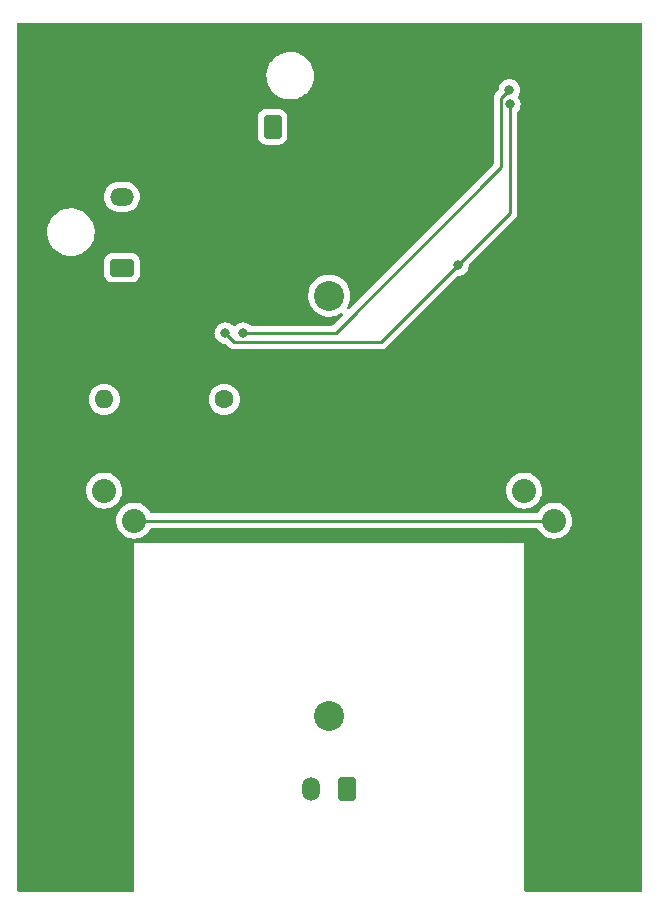
<source format=gbr>
%TF.GenerationSoftware,KiCad,Pcbnew,6.0.9-8da3e8f707~117~ubuntu20.04.1*%
%TF.CreationDate,2023-03-07T12:44:44-05:00*%
%TF.ProjectId,DCT_HV_Widget,4443545f-4856-45f5-9769-646765742e6b,rev?*%
%TF.SameCoordinates,Original*%
%TF.FileFunction,Copper,L2,Bot*%
%TF.FilePolarity,Positive*%
%FSLAX46Y46*%
G04 Gerber Fmt 4.6, Leading zero omitted, Abs format (unit mm)*
G04 Created by KiCad (PCBNEW 6.0.9-8da3e8f707~117~ubuntu20.04.1) date 2023-03-07 12:44:44*
%MOMM*%
%LPD*%
G01*
G04 APERTURE LIST*
G04 Aperture macros list*
%AMRoundRect*
0 Rectangle with rounded corners*
0 $1 Rounding radius*
0 $2 $3 $4 $5 $6 $7 $8 $9 X,Y pos of 4 corners*
0 Add a 4 corners polygon primitive as box body*
4,1,4,$2,$3,$4,$5,$6,$7,$8,$9,$2,$3,0*
0 Add four circle primitives for the rounded corners*
1,1,$1+$1,$2,$3*
1,1,$1+$1,$4,$5*
1,1,$1+$1,$6,$7*
1,1,$1+$1,$8,$9*
0 Add four rect primitives between the rounded corners*
20,1,$1+$1,$2,$3,$4,$5,0*
20,1,$1+$1,$4,$5,$6,$7,0*
20,1,$1+$1,$6,$7,$8,$9,0*
20,1,$1+$1,$8,$9,$2,$3,0*%
G04 Aperture macros list end*
%TA.AperFunction,ComponentPad*%
%ADD10C,6.400000*%
%TD*%
%TA.AperFunction,ComponentPad*%
%ADD11C,1.600000*%
%TD*%
%TA.AperFunction,ComponentPad*%
%ADD12O,1.600000X1.600000*%
%TD*%
%TA.AperFunction,ComponentPad*%
%ADD13RoundRect,0.250001X0.499999X0.759999X-0.499999X0.759999X-0.499999X-0.759999X0.499999X-0.759999X0*%
%TD*%
%TA.AperFunction,ComponentPad*%
%ADD14O,1.500000X2.020000*%
%TD*%
%TA.AperFunction,ComponentPad*%
%ADD15RoundRect,0.250001X0.759999X-0.499999X0.759999X0.499999X-0.759999X0.499999X-0.759999X-0.499999X0*%
%TD*%
%TA.AperFunction,ComponentPad*%
%ADD16O,2.020000X1.500000*%
%TD*%
%TA.AperFunction,ComponentPad*%
%ADD17RoundRect,0.250001X-0.499999X-0.759999X0.499999X-0.759999X0.499999X0.759999X-0.499999X0.759999X0*%
%TD*%
%TA.AperFunction,ComponentPad*%
%ADD18C,2.032000*%
%TD*%
%TA.AperFunction,ComponentPad*%
%ADD19C,2.540000*%
%TD*%
%TA.AperFunction,ViaPad*%
%ADD20C,0.800000*%
%TD*%
%TA.AperFunction,Conductor*%
%ADD21C,0.250000*%
%TD*%
G04 APERTURE END LIST*
D10*
%TO.P,H2,1,1*%
%TO.N,GND*%
X182200000Y-74500000D03*
%TD*%
%TO.P,H1,1,1*%
%TO.N,GND*%
X138525000Y-74600000D03*
%TD*%
%TO.P,H3,1,1*%
%TO.N,GND*%
X138525000Y-138375000D03*
%TD*%
%TO.P,H4,1,1*%
%TO.N,GND*%
X182300000Y-138300000D03*
%TD*%
D11*
%TO.P,R5,1*%
%TO.N,Net-(Q1-Pad1)*%
X151465000Y-101800000D03*
D12*
%TO.P,R5,2*%
%TO.N,Net-(R5-Pad2)*%
X141305000Y-101800000D03*
%TD*%
D13*
%TO.P,J3,1,Pin_1*%
%TO.N,/HV_Input*%
X161825000Y-134780000D03*
D14*
%TO.P,J3,2,Pin_2*%
X158825000Y-134780000D03*
%TD*%
D15*
%TO.P,J2,1,Pin_1*%
%TO.N,/VP6*%
X142800000Y-90650000D03*
D16*
%TO.P,J2,2,Pin_2*%
%TO.N,GND*%
X142800000Y-87650000D03*
%TO.P,J2,3,Pin_3*%
%TO.N,/VM6*%
X142800000Y-84650000D03*
%TD*%
D17*
%TO.P,J1,1,Pin_1*%
%TO.N,/V_Control*%
X155550000Y-78720000D03*
D14*
%TO.P,J1,2,Pin_2*%
%TO.N,GND*%
X158550000Y-78720000D03*
%TD*%
D18*
%TO.P,U2,1*%
%TO.N,Net-(R5-Pad2)*%
X141305000Y-109530000D03*
%TO.P,U2,2*%
%TO.N,Net-(U2-Pad2)*%
X143845000Y-112070000D03*
%TO.P,U2,3*%
%TO.N,/VM6*%
X176865000Y-109530000D03*
%TO.P,U2,4*%
%TO.N,Net-(U2-Pad2)*%
X179405000Y-112070000D03*
D19*
%TO.P,U2,5*%
%TO.N,Net-(D1-Pad1)*%
X160355000Y-93020000D03*
%TO.P,U2,6*%
%TO.N,/HV_Input*%
X160355000Y-128580000D03*
%TD*%
D20*
%TO.N,Net-(C1-Pad2)*%
X175635000Y-76835000D03*
X171250000Y-90450000D03*
X151550000Y-96187500D03*
%TO.N,GND*%
X174400000Y-89400000D03*
X146975000Y-96575000D03*
X146950000Y-78575000D03*
X152300000Y-84100000D03*
X178500000Y-87800000D03*
X171542000Y-76800000D03*
%TO.N,/VP6*%
X153050000Y-96187500D03*
X175600000Y-75600000D03*
%TD*%
D21*
%TO.N,/VP6*%
X160887500Y-96187500D02*
X174910000Y-82165000D01*
X174910000Y-82165000D02*
X174910000Y-76290000D01*
X174910000Y-76290000D02*
X175600000Y-75600000D01*
%TO.N,Net-(C1-Pad2)*%
X171250000Y-90450000D02*
X175635000Y-86065000D01*
X175635000Y-86065000D02*
X175635000Y-76835000D01*
X171250000Y-90450000D02*
X164775000Y-96925000D01*
X164775000Y-96925000D02*
X152287500Y-96925000D01*
X152287500Y-96925000D02*
X151550000Y-96187500D01*
%TO.N,/VP6*%
X153050000Y-96187500D02*
X160887500Y-96187500D01*
%TO.N,Net-(U2-Pad2)*%
X143845000Y-112100000D02*
X179405000Y-112100000D01*
%TD*%
%TA.AperFunction,Conductor*%
%TO.N,GND*%
G36*
X186808621Y-69928502D02*
G01*
X186855114Y-69982158D01*
X186866500Y-70034500D01*
X186866500Y-143365500D01*
X186846498Y-143433621D01*
X186792842Y-143480114D01*
X186740500Y-143491500D01*
X177000000Y-143491500D01*
X176931879Y-143471498D01*
X176885386Y-143417842D01*
X176874000Y-143365500D01*
X176874000Y-113964000D01*
X143842000Y-113964000D01*
X143842000Y-143365500D01*
X143821998Y-143433621D01*
X143768342Y-143480114D01*
X143716000Y-143491500D01*
X134059500Y-143491500D01*
X133991379Y-143471498D01*
X133944886Y-143417842D01*
X133933500Y-143365500D01*
X133933500Y-112070000D01*
X142315786Y-112070000D01*
X142334613Y-112309222D01*
X142335767Y-112314029D01*
X142335768Y-112314035D01*
X142371043Y-112460963D01*
X142390631Y-112542553D01*
X142482460Y-112764249D01*
X142607840Y-112968849D01*
X142763682Y-113151318D01*
X142946151Y-113307160D01*
X143150751Y-113432540D01*
X143155321Y-113434433D01*
X143155323Y-113434434D01*
X143367874Y-113522475D01*
X143372447Y-113524369D01*
X143454037Y-113543957D01*
X143600965Y-113579232D01*
X143600971Y-113579233D01*
X143605778Y-113580387D01*
X143845000Y-113599214D01*
X144084222Y-113580387D01*
X144089029Y-113579233D01*
X144089035Y-113579232D01*
X144235963Y-113543957D01*
X144317553Y-113524369D01*
X144322126Y-113522475D01*
X144534677Y-113434434D01*
X144534679Y-113434433D01*
X144539249Y-113432540D01*
X144743849Y-113307160D01*
X144926318Y-113151318D01*
X145082160Y-112968849D01*
X145189514Y-112793665D01*
X145242161Y-112746033D01*
X145296946Y-112733500D01*
X177953054Y-112733500D01*
X178021175Y-112753502D01*
X178060486Y-112793665D01*
X178167840Y-112968849D01*
X178323682Y-113151318D01*
X178506151Y-113307160D01*
X178710751Y-113432540D01*
X178715321Y-113434433D01*
X178715323Y-113434434D01*
X178927874Y-113522475D01*
X178932447Y-113524369D01*
X179014037Y-113543957D01*
X179160965Y-113579232D01*
X179160971Y-113579233D01*
X179165778Y-113580387D01*
X179405000Y-113599214D01*
X179644222Y-113580387D01*
X179649029Y-113579233D01*
X179649035Y-113579232D01*
X179795963Y-113543957D01*
X179877553Y-113524369D01*
X179882126Y-113522475D01*
X180094677Y-113434434D01*
X180094679Y-113434433D01*
X180099249Y-113432540D01*
X180303849Y-113307160D01*
X180486318Y-113151318D01*
X180642160Y-112968849D01*
X180767540Y-112764249D01*
X180859369Y-112542553D01*
X180878957Y-112460963D01*
X180914232Y-112314035D01*
X180914233Y-112314029D01*
X180915387Y-112309222D01*
X180934214Y-112070000D01*
X180915387Y-111830778D01*
X180914233Y-111825971D01*
X180914232Y-111825965D01*
X180860524Y-111602259D01*
X180859369Y-111597447D01*
X180772911Y-111388717D01*
X180769434Y-111380323D01*
X180769433Y-111380321D01*
X180767540Y-111375751D01*
X180642160Y-111171151D01*
X180486318Y-110988682D01*
X180303849Y-110832840D01*
X180099249Y-110707460D01*
X180094679Y-110705567D01*
X180094677Y-110705566D01*
X179882126Y-110617525D01*
X179882124Y-110617524D01*
X179877553Y-110615631D01*
X179795963Y-110596043D01*
X179649035Y-110560768D01*
X179649029Y-110560767D01*
X179644222Y-110559613D01*
X179405000Y-110540786D01*
X179165778Y-110559613D01*
X179160971Y-110560767D01*
X179160965Y-110560768D01*
X179014037Y-110596043D01*
X178932447Y-110615631D01*
X178927876Y-110617524D01*
X178927874Y-110617525D01*
X178715323Y-110705566D01*
X178715321Y-110705567D01*
X178710751Y-110707460D01*
X178506151Y-110832840D01*
X178323682Y-110988682D01*
X178167840Y-111171151D01*
X178042460Y-111375751D01*
X178040567Y-111380321D01*
X178040564Y-111380327D01*
X178037089Y-111388717D01*
X177992541Y-111443999D01*
X177920680Y-111466500D01*
X145329320Y-111466500D01*
X145261199Y-111446498D01*
X145212911Y-111388717D01*
X145209436Y-111380327D01*
X145209433Y-111380321D01*
X145207540Y-111375751D01*
X145082160Y-111171151D01*
X144926318Y-110988682D01*
X144743849Y-110832840D01*
X144539249Y-110707460D01*
X144534679Y-110705567D01*
X144534677Y-110705566D01*
X144322126Y-110617525D01*
X144322124Y-110617524D01*
X144317553Y-110615631D01*
X144235963Y-110596043D01*
X144089035Y-110560768D01*
X144089029Y-110560767D01*
X144084222Y-110559613D01*
X143845000Y-110540786D01*
X143605778Y-110559613D01*
X143600971Y-110560767D01*
X143600965Y-110560768D01*
X143454037Y-110596043D01*
X143372447Y-110615631D01*
X143367876Y-110617524D01*
X143367874Y-110617525D01*
X143155323Y-110705566D01*
X143155321Y-110705567D01*
X143150751Y-110707460D01*
X142946151Y-110832840D01*
X142763682Y-110988682D01*
X142607840Y-111171151D01*
X142482460Y-111375751D01*
X142480567Y-111380321D01*
X142480566Y-111380323D01*
X142477089Y-111388717D01*
X142390631Y-111597447D01*
X142389476Y-111602259D01*
X142335768Y-111825965D01*
X142335767Y-111825971D01*
X142334613Y-111830778D01*
X142315786Y-112070000D01*
X133933500Y-112070000D01*
X133933500Y-109530000D01*
X139775786Y-109530000D01*
X139794613Y-109769222D01*
X139795767Y-109774029D01*
X139795768Y-109774035D01*
X139831043Y-109920963D01*
X139850631Y-110002553D01*
X139942460Y-110224249D01*
X140067840Y-110428849D01*
X140223682Y-110611318D01*
X140406151Y-110767160D01*
X140610751Y-110892540D01*
X140615321Y-110894433D01*
X140615323Y-110894434D01*
X140827874Y-110982475D01*
X140832447Y-110984369D01*
X140866082Y-110992444D01*
X141060965Y-111039232D01*
X141060971Y-111039233D01*
X141065778Y-111040387D01*
X141305000Y-111059214D01*
X141544222Y-111040387D01*
X141549029Y-111039233D01*
X141549035Y-111039232D01*
X141743918Y-110992444D01*
X141777553Y-110984369D01*
X141782126Y-110982475D01*
X141994677Y-110894434D01*
X141994679Y-110894433D01*
X141999249Y-110892540D01*
X142203849Y-110767160D01*
X142386318Y-110611318D01*
X142542160Y-110428849D01*
X142667540Y-110224249D01*
X142759369Y-110002553D01*
X142778957Y-109920963D01*
X142814232Y-109774035D01*
X142814233Y-109774029D01*
X142815387Y-109769222D01*
X142834214Y-109530000D01*
X175335786Y-109530000D01*
X175354613Y-109769222D01*
X175355767Y-109774029D01*
X175355768Y-109774035D01*
X175391043Y-109920963D01*
X175410631Y-110002553D01*
X175502460Y-110224249D01*
X175627840Y-110428849D01*
X175783682Y-110611318D01*
X175966151Y-110767160D01*
X176170751Y-110892540D01*
X176175321Y-110894433D01*
X176175323Y-110894434D01*
X176387874Y-110982475D01*
X176392447Y-110984369D01*
X176426082Y-110992444D01*
X176620965Y-111039232D01*
X176620971Y-111039233D01*
X176625778Y-111040387D01*
X176865000Y-111059214D01*
X177104222Y-111040387D01*
X177109029Y-111039233D01*
X177109035Y-111039232D01*
X177303918Y-110992444D01*
X177337553Y-110984369D01*
X177342126Y-110982475D01*
X177554677Y-110894434D01*
X177554679Y-110894433D01*
X177559249Y-110892540D01*
X177763849Y-110767160D01*
X177946318Y-110611318D01*
X178102160Y-110428849D01*
X178227540Y-110224249D01*
X178319369Y-110002553D01*
X178338957Y-109920963D01*
X178374232Y-109774035D01*
X178374233Y-109774029D01*
X178375387Y-109769222D01*
X178394214Y-109530000D01*
X178375387Y-109290778D01*
X178374233Y-109285971D01*
X178374232Y-109285965D01*
X178320524Y-109062259D01*
X178319369Y-109057447D01*
X178227540Y-108835751D01*
X178102160Y-108631151D01*
X177946318Y-108448682D01*
X177763849Y-108292840D01*
X177559249Y-108167460D01*
X177554679Y-108165567D01*
X177554677Y-108165566D01*
X177342126Y-108077525D01*
X177342124Y-108077524D01*
X177337553Y-108075631D01*
X177255963Y-108056043D01*
X177109035Y-108020768D01*
X177109029Y-108020767D01*
X177104222Y-108019613D01*
X176865000Y-108000786D01*
X176625778Y-108019613D01*
X176620971Y-108020767D01*
X176620965Y-108020768D01*
X176474037Y-108056043D01*
X176392447Y-108075631D01*
X176387876Y-108077524D01*
X176387874Y-108077525D01*
X176175323Y-108165566D01*
X176175321Y-108165567D01*
X176170751Y-108167460D01*
X175966151Y-108292840D01*
X175783682Y-108448682D01*
X175627840Y-108631151D01*
X175502460Y-108835751D01*
X175410631Y-109057447D01*
X175409476Y-109062259D01*
X175355768Y-109285965D01*
X175355767Y-109285971D01*
X175354613Y-109290778D01*
X175335786Y-109530000D01*
X142834214Y-109530000D01*
X142815387Y-109290778D01*
X142814233Y-109285971D01*
X142814232Y-109285965D01*
X142760524Y-109062259D01*
X142759369Y-109057447D01*
X142667540Y-108835751D01*
X142542160Y-108631151D01*
X142386318Y-108448682D01*
X142203849Y-108292840D01*
X141999249Y-108167460D01*
X141994679Y-108165567D01*
X141994677Y-108165566D01*
X141782126Y-108077525D01*
X141782124Y-108077524D01*
X141777553Y-108075631D01*
X141695963Y-108056043D01*
X141549035Y-108020768D01*
X141549029Y-108020767D01*
X141544222Y-108019613D01*
X141305000Y-108000786D01*
X141065778Y-108019613D01*
X141060971Y-108020767D01*
X141060965Y-108020768D01*
X140914037Y-108056043D01*
X140832447Y-108075631D01*
X140827876Y-108077524D01*
X140827874Y-108077525D01*
X140615323Y-108165566D01*
X140615321Y-108165567D01*
X140610751Y-108167460D01*
X140406151Y-108292840D01*
X140223682Y-108448682D01*
X140067840Y-108631151D01*
X139942460Y-108835751D01*
X139850631Y-109057447D01*
X139849476Y-109062259D01*
X139795768Y-109285965D01*
X139795767Y-109285971D01*
X139794613Y-109290778D01*
X139775786Y-109530000D01*
X133933500Y-109530000D01*
X133933500Y-101800000D01*
X139991502Y-101800000D01*
X140011457Y-102028087D01*
X140070716Y-102249243D01*
X140073039Y-102254224D01*
X140073039Y-102254225D01*
X140165151Y-102451762D01*
X140165154Y-102451767D01*
X140167477Y-102456749D01*
X140298802Y-102644300D01*
X140460700Y-102806198D01*
X140465208Y-102809355D01*
X140465211Y-102809357D01*
X140543389Y-102864098D01*
X140648251Y-102937523D01*
X140653233Y-102939846D01*
X140653238Y-102939849D01*
X140850775Y-103031961D01*
X140855757Y-103034284D01*
X140861065Y-103035706D01*
X140861067Y-103035707D01*
X141071598Y-103092119D01*
X141071600Y-103092119D01*
X141076913Y-103093543D01*
X141305000Y-103113498D01*
X141533087Y-103093543D01*
X141538400Y-103092119D01*
X141538402Y-103092119D01*
X141748933Y-103035707D01*
X141748935Y-103035706D01*
X141754243Y-103034284D01*
X141759225Y-103031961D01*
X141956762Y-102939849D01*
X141956767Y-102939846D01*
X141961749Y-102937523D01*
X142066611Y-102864098D01*
X142144789Y-102809357D01*
X142144792Y-102809355D01*
X142149300Y-102806198D01*
X142311198Y-102644300D01*
X142442523Y-102456749D01*
X142444846Y-102451767D01*
X142444849Y-102451762D01*
X142536961Y-102254225D01*
X142536961Y-102254224D01*
X142539284Y-102249243D01*
X142598543Y-102028087D01*
X142618498Y-101800000D01*
X150151502Y-101800000D01*
X150171457Y-102028087D01*
X150230716Y-102249243D01*
X150233039Y-102254224D01*
X150233039Y-102254225D01*
X150325151Y-102451762D01*
X150325154Y-102451767D01*
X150327477Y-102456749D01*
X150458802Y-102644300D01*
X150620700Y-102806198D01*
X150625208Y-102809355D01*
X150625211Y-102809357D01*
X150703389Y-102864098D01*
X150808251Y-102937523D01*
X150813233Y-102939846D01*
X150813238Y-102939849D01*
X151010775Y-103031961D01*
X151015757Y-103034284D01*
X151021065Y-103035706D01*
X151021067Y-103035707D01*
X151231598Y-103092119D01*
X151231600Y-103092119D01*
X151236913Y-103093543D01*
X151465000Y-103113498D01*
X151693087Y-103093543D01*
X151698400Y-103092119D01*
X151698402Y-103092119D01*
X151908933Y-103035707D01*
X151908935Y-103035706D01*
X151914243Y-103034284D01*
X151919225Y-103031961D01*
X152116762Y-102939849D01*
X152116767Y-102939846D01*
X152121749Y-102937523D01*
X152226611Y-102864098D01*
X152304789Y-102809357D01*
X152304792Y-102809355D01*
X152309300Y-102806198D01*
X152471198Y-102644300D01*
X152602523Y-102456749D01*
X152604846Y-102451767D01*
X152604849Y-102451762D01*
X152696961Y-102254225D01*
X152696961Y-102254224D01*
X152699284Y-102249243D01*
X152758543Y-102028087D01*
X152778498Y-101800000D01*
X152758543Y-101571913D01*
X152699284Y-101350757D01*
X152696961Y-101345775D01*
X152604849Y-101148238D01*
X152604846Y-101148233D01*
X152602523Y-101143251D01*
X152471198Y-100955700D01*
X152309300Y-100793802D01*
X152304792Y-100790645D01*
X152304789Y-100790643D01*
X152226611Y-100735902D01*
X152121749Y-100662477D01*
X152116767Y-100660154D01*
X152116762Y-100660151D01*
X151919225Y-100568039D01*
X151919224Y-100568039D01*
X151914243Y-100565716D01*
X151908935Y-100564294D01*
X151908933Y-100564293D01*
X151698402Y-100507881D01*
X151698400Y-100507881D01*
X151693087Y-100506457D01*
X151465000Y-100486502D01*
X151236913Y-100506457D01*
X151231600Y-100507881D01*
X151231598Y-100507881D01*
X151021067Y-100564293D01*
X151021065Y-100564294D01*
X151015757Y-100565716D01*
X151010776Y-100568039D01*
X151010775Y-100568039D01*
X150813238Y-100660151D01*
X150813233Y-100660154D01*
X150808251Y-100662477D01*
X150703389Y-100735902D01*
X150625211Y-100790643D01*
X150625208Y-100790645D01*
X150620700Y-100793802D01*
X150458802Y-100955700D01*
X150327477Y-101143251D01*
X150325154Y-101148233D01*
X150325151Y-101148238D01*
X150233039Y-101345775D01*
X150230716Y-101350757D01*
X150171457Y-101571913D01*
X150151502Y-101800000D01*
X142618498Y-101800000D01*
X142598543Y-101571913D01*
X142539284Y-101350757D01*
X142536961Y-101345775D01*
X142444849Y-101148238D01*
X142444846Y-101148233D01*
X142442523Y-101143251D01*
X142311198Y-100955700D01*
X142149300Y-100793802D01*
X142144792Y-100790645D01*
X142144789Y-100790643D01*
X142066611Y-100735902D01*
X141961749Y-100662477D01*
X141956767Y-100660154D01*
X141956762Y-100660151D01*
X141759225Y-100568039D01*
X141759224Y-100568039D01*
X141754243Y-100565716D01*
X141748935Y-100564294D01*
X141748933Y-100564293D01*
X141538402Y-100507881D01*
X141538400Y-100507881D01*
X141533087Y-100506457D01*
X141305000Y-100486502D01*
X141076913Y-100506457D01*
X141071600Y-100507881D01*
X141071598Y-100507881D01*
X140861067Y-100564293D01*
X140861065Y-100564294D01*
X140855757Y-100565716D01*
X140850776Y-100568039D01*
X140850775Y-100568039D01*
X140653238Y-100660151D01*
X140653233Y-100660154D01*
X140648251Y-100662477D01*
X140543389Y-100735902D01*
X140465211Y-100790643D01*
X140465208Y-100790645D01*
X140460700Y-100793802D01*
X140298802Y-100955700D01*
X140167477Y-101143251D01*
X140165154Y-101148233D01*
X140165151Y-101148238D01*
X140073039Y-101345775D01*
X140070716Y-101350757D01*
X140011457Y-101571913D01*
X139991502Y-101800000D01*
X133933500Y-101800000D01*
X133933500Y-96187500D01*
X150636496Y-96187500D01*
X150656458Y-96377428D01*
X150715473Y-96559056D01*
X150810960Y-96724444D01*
X150938747Y-96866366D01*
X151093248Y-96978618D01*
X151099276Y-96981302D01*
X151099278Y-96981303D01*
X151261681Y-97053609D01*
X151267712Y-97056294D01*
X151361112Y-97076147D01*
X151448056Y-97094628D01*
X151448061Y-97094628D01*
X151454513Y-97096000D01*
X151510406Y-97096000D01*
X151578527Y-97116002D01*
X151599501Y-97132905D01*
X151783843Y-97317247D01*
X151791387Y-97325537D01*
X151795500Y-97332018D01*
X151801277Y-97337443D01*
X151845167Y-97378658D01*
X151848009Y-97381413D01*
X151867731Y-97401135D01*
X151870855Y-97403558D01*
X151870859Y-97403562D01*
X151870924Y-97403612D01*
X151879945Y-97411317D01*
X151912179Y-97441586D01*
X151919127Y-97445405D01*
X151919129Y-97445407D01*
X151929932Y-97451346D01*
X151946459Y-97462202D01*
X151956198Y-97469757D01*
X151956200Y-97469758D01*
X151962460Y-97474614D01*
X152003040Y-97492174D01*
X152013688Y-97497391D01*
X152038476Y-97511018D01*
X152052440Y-97518695D01*
X152060116Y-97520666D01*
X152060119Y-97520667D01*
X152072062Y-97523733D01*
X152090767Y-97530137D01*
X152109355Y-97538181D01*
X152117178Y-97539420D01*
X152117188Y-97539423D01*
X152153024Y-97545099D01*
X152164644Y-97547505D01*
X152196459Y-97555673D01*
X152207470Y-97558500D01*
X152227724Y-97558500D01*
X152247434Y-97560051D01*
X152267443Y-97563220D01*
X152275335Y-97562474D01*
X152294080Y-97560702D01*
X152311462Y-97559059D01*
X152323319Y-97558500D01*
X164696233Y-97558500D01*
X164707416Y-97559027D01*
X164714909Y-97560702D01*
X164722835Y-97560453D01*
X164722836Y-97560453D01*
X164782986Y-97558562D01*
X164786945Y-97558500D01*
X164814856Y-97558500D01*
X164818791Y-97558003D01*
X164818856Y-97557995D01*
X164830693Y-97557062D01*
X164862951Y-97556048D01*
X164866970Y-97555922D01*
X164874889Y-97555673D01*
X164894343Y-97550021D01*
X164913700Y-97546013D01*
X164925930Y-97544468D01*
X164925931Y-97544468D01*
X164933797Y-97543474D01*
X164941168Y-97540555D01*
X164941170Y-97540555D01*
X164974912Y-97527196D01*
X164986142Y-97523351D01*
X165020983Y-97513229D01*
X165020984Y-97513229D01*
X165028593Y-97511018D01*
X165035412Y-97506985D01*
X165035417Y-97506983D01*
X165046028Y-97500707D01*
X165063776Y-97492012D01*
X165082617Y-97484552D01*
X165118387Y-97458564D01*
X165128307Y-97452048D01*
X165159535Y-97433580D01*
X165159538Y-97433578D01*
X165166362Y-97429542D01*
X165180683Y-97415221D01*
X165195717Y-97402380D01*
X165197431Y-97401135D01*
X165212107Y-97390472D01*
X165240298Y-97356395D01*
X165248288Y-97347616D01*
X171200500Y-91395405D01*
X171262812Y-91361379D01*
X171289595Y-91358500D01*
X171345487Y-91358500D01*
X171351939Y-91357128D01*
X171351944Y-91357128D01*
X171438887Y-91338647D01*
X171532288Y-91318794D01*
X171548920Y-91311389D01*
X171700722Y-91243803D01*
X171700724Y-91243802D01*
X171706752Y-91241118D01*
X171861253Y-91128866D01*
X171989040Y-90986944D01*
X172084527Y-90821556D01*
X172143542Y-90639928D01*
X172160907Y-90474706D01*
X172187920Y-90409050D01*
X172197122Y-90398782D01*
X176027247Y-86568657D01*
X176035537Y-86561113D01*
X176042018Y-86557000D01*
X176088659Y-86507332D01*
X176091413Y-86504491D01*
X176111134Y-86484770D01*
X176113612Y-86481575D01*
X176121318Y-86472553D01*
X176146158Y-86446101D01*
X176151586Y-86440321D01*
X176161346Y-86422568D01*
X176172199Y-86406045D01*
X176179753Y-86396306D01*
X176184613Y-86390041D01*
X176202176Y-86349457D01*
X176207383Y-86338827D01*
X176228695Y-86300060D01*
X176230666Y-86292383D01*
X176230668Y-86292378D01*
X176233732Y-86280442D01*
X176240138Y-86261730D01*
X176245034Y-86250417D01*
X176248181Y-86243145D01*
X176255097Y-86199481D01*
X176257504Y-86187860D01*
X176266528Y-86152711D01*
X176266528Y-86152710D01*
X176268500Y-86145030D01*
X176268500Y-86124769D01*
X176270051Y-86105058D01*
X176271979Y-86092885D01*
X176273219Y-86085057D01*
X176269059Y-86041046D01*
X176268500Y-86029189D01*
X176268500Y-77537524D01*
X176288502Y-77469403D01*
X176300858Y-77453221D01*
X176374040Y-77371944D01*
X176469527Y-77206556D01*
X176528542Y-77024928D01*
X176548504Y-76835000D01*
X176528542Y-76645072D01*
X176469527Y-76463444D01*
X176374040Y-76298056D01*
X176357290Y-76279454D01*
X176326575Y-76215447D01*
X176335340Y-76144994D01*
X176341810Y-76132146D01*
X176354868Y-76109530D01*
X176400085Y-76031211D01*
X176431223Y-75977279D01*
X176431224Y-75977278D01*
X176434527Y-75971556D01*
X176493542Y-75789928D01*
X176497709Y-75750287D01*
X176512814Y-75606565D01*
X176513504Y-75600000D01*
X176505714Y-75525882D01*
X176494232Y-75416635D01*
X176494232Y-75416633D01*
X176493542Y-75410072D01*
X176434527Y-75228444D01*
X176339040Y-75063056D01*
X176211253Y-74921134D01*
X176056752Y-74808882D01*
X176050724Y-74806198D01*
X176050722Y-74806197D01*
X175888319Y-74733891D01*
X175888318Y-74733891D01*
X175882288Y-74731206D01*
X175788887Y-74711353D01*
X175701944Y-74692872D01*
X175701939Y-74692872D01*
X175695487Y-74691500D01*
X175504513Y-74691500D01*
X175498061Y-74692872D01*
X175498056Y-74692872D01*
X175411113Y-74711353D01*
X175317712Y-74731206D01*
X175311682Y-74733891D01*
X175311681Y-74733891D01*
X175149278Y-74806197D01*
X175149276Y-74806198D01*
X175143248Y-74808882D01*
X174988747Y-74921134D01*
X174860960Y-75063056D01*
X174765473Y-75228444D01*
X174706458Y-75410072D01*
X174705768Y-75416633D01*
X174705768Y-75416635D01*
X174689093Y-75575292D01*
X174662080Y-75640949D01*
X174652878Y-75651217D01*
X174517747Y-75786348D01*
X174509461Y-75793888D01*
X174502982Y-75798000D01*
X174497557Y-75803777D01*
X174456357Y-75847651D01*
X174453602Y-75850493D01*
X174433865Y-75870230D01*
X174431385Y-75873427D01*
X174423682Y-75882447D01*
X174393414Y-75914679D01*
X174389595Y-75921625D01*
X174389593Y-75921628D01*
X174383652Y-75932434D01*
X174372801Y-75948953D01*
X174360386Y-75964959D01*
X174357241Y-75972228D01*
X174357238Y-75972232D01*
X174342826Y-76005537D01*
X174337609Y-76016187D01*
X174316305Y-76054940D01*
X174314334Y-76062615D01*
X174314334Y-76062616D01*
X174311267Y-76074562D01*
X174304863Y-76093266D01*
X174296819Y-76111855D01*
X174295580Y-76119678D01*
X174295577Y-76119688D01*
X174289901Y-76155524D01*
X174287495Y-76167144D01*
X174284777Y-76177731D01*
X174276500Y-76209970D01*
X174276500Y-76230224D01*
X174274949Y-76249934D01*
X174271780Y-76269943D01*
X174272526Y-76277835D01*
X174275941Y-76313961D01*
X174276500Y-76325819D01*
X174276500Y-81850406D01*
X174256498Y-81918527D01*
X174239595Y-81939501D01*
X162057198Y-94121897D01*
X161994886Y-94155923D01*
X161924071Y-94150858D01*
X161867235Y-94108311D01*
X161842424Y-94041791D01*
X161857515Y-93972417D01*
X161862132Y-93964639D01*
X161919831Y-93874936D01*
X161922359Y-93871006D01*
X162030930Y-93629988D01*
X162102683Y-93375570D01*
X162136043Y-93113340D01*
X162138487Y-93020000D01*
X162118897Y-92756384D01*
X162060557Y-92498559D01*
X162045028Y-92458626D01*
X161966442Y-92256542D01*
X161966441Y-92256540D01*
X161964749Y-92252189D01*
X161938535Y-92206323D01*
X161835897Y-92026745D01*
X161833578Y-92022687D01*
X161669925Y-91815094D01*
X161477385Y-91633970D01*
X161470972Y-91629521D01*
X161264026Y-91485958D01*
X161264021Y-91485955D01*
X161260188Y-91483296D01*
X161255997Y-91481229D01*
X161027294Y-91368445D01*
X161027291Y-91368444D01*
X161023106Y-91366380D01*
X160966150Y-91348148D01*
X160775792Y-91287214D01*
X160775794Y-91287214D01*
X160771347Y-91285791D01*
X160628825Y-91262580D01*
X160515053Y-91244051D01*
X160515052Y-91244051D01*
X160510441Y-91243300D01*
X160378281Y-91241570D01*
X160250798Y-91239901D01*
X160250795Y-91239901D01*
X160246121Y-91239840D01*
X159984192Y-91275486D01*
X159979702Y-91276795D01*
X159979696Y-91276796D01*
X159871732Y-91308265D01*
X159730410Y-91349457D01*
X159726163Y-91351415D01*
X159726160Y-91351416D01*
X159635950Y-91393004D01*
X159490348Y-91460127D01*
X159486439Y-91462690D01*
X159273195Y-91602499D01*
X159273190Y-91602503D01*
X159269282Y-91605065D01*
X159239884Y-91631304D01*
X159107675Y-91749305D01*
X159072067Y-91781086D01*
X158903036Y-91984324D01*
X158765901Y-92210314D01*
X158663677Y-92454091D01*
X158662526Y-92458623D01*
X158662525Y-92458626D01*
X158651226Y-92503116D01*
X158598608Y-92710301D01*
X158572124Y-92973314D01*
X158572348Y-92977980D01*
X158572348Y-92977985D01*
X158574518Y-93023160D01*
X158584807Y-93237352D01*
X158636378Y-93496616D01*
X158637957Y-93501014D01*
X158637959Y-93501021D01*
X158724121Y-93741001D01*
X158725704Y-93745410D01*
X158727921Y-93749536D01*
X158847679Y-93972417D01*
X158850822Y-93978267D01*
X158853617Y-93982011D01*
X158853619Y-93982013D01*
X158979702Y-94150858D01*
X159008985Y-94190073D01*
X159012292Y-94193351D01*
X159012297Y-94193357D01*
X159111879Y-94292073D01*
X159196718Y-94376174D01*
X159409896Y-94532483D01*
X159414031Y-94534659D01*
X159414035Y-94534661D01*
X159504951Y-94582494D01*
X159643836Y-94655565D01*
X159893400Y-94742716D01*
X159897993Y-94743588D01*
X160148515Y-94791151D01*
X160148518Y-94791151D01*
X160153104Y-94792022D01*
X160285174Y-94797212D01*
X160412575Y-94802218D01*
X160412581Y-94802218D01*
X160417243Y-94802401D01*
X160680015Y-94773622D01*
X160684526Y-94772434D01*
X160684528Y-94772434D01*
X160931124Y-94707511D01*
X160931126Y-94707510D01*
X160935647Y-94706320D01*
X161050191Y-94657108D01*
X161174229Y-94603817D01*
X161174231Y-94603816D01*
X161178523Y-94601972D01*
X161301729Y-94525730D01*
X161370180Y-94506892D01*
X161437949Y-94528053D01*
X161483521Y-94582494D01*
X161492425Y-94652930D01*
X161457126Y-94721969D01*
X160662000Y-95517095D01*
X160599688Y-95551121D01*
X160572905Y-95554000D01*
X153758200Y-95554000D01*
X153690079Y-95533998D01*
X153670853Y-95517657D01*
X153670580Y-95517960D01*
X153665668Y-95513537D01*
X153661253Y-95508634D01*
X153506752Y-95396382D01*
X153500724Y-95393698D01*
X153500722Y-95393697D01*
X153338319Y-95321391D01*
X153338318Y-95321391D01*
X153332288Y-95318706D01*
X153238887Y-95298853D01*
X153151944Y-95280372D01*
X153151939Y-95280372D01*
X153145487Y-95279000D01*
X152954513Y-95279000D01*
X152948061Y-95280372D01*
X152948056Y-95280372D01*
X152861113Y-95298853D01*
X152767712Y-95318706D01*
X152761682Y-95321391D01*
X152761681Y-95321391D01*
X152599278Y-95393697D01*
X152599276Y-95393698D01*
X152593248Y-95396382D01*
X152438747Y-95508634D01*
X152434326Y-95513544D01*
X152434325Y-95513545D01*
X152393636Y-95558735D01*
X152333190Y-95595975D01*
X152262207Y-95594623D01*
X152206364Y-95558735D01*
X152165675Y-95513545D01*
X152165674Y-95513544D01*
X152161253Y-95508634D01*
X152006752Y-95396382D01*
X152000724Y-95393698D01*
X152000722Y-95393697D01*
X151838319Y-95321391D01*
X151838318Y-95321391D01*
X151832288Y-95318706D01*
X151738887Y-95298853D01*
X151651944Y-95280372D01*
X151651939Y-95280372D01*
X151645487Y-95279000D01*
X151454513Y-95279000D01*
X151448061Y-95280372D01*
X151448056Y-95280372D01*
X151361113Y-95298853D01*
X151267712Y-95318706D01*
X151261682Y-95321391D01*
X151261681Y-95321391D01*
X151099278Y-95393697D01*
X151099276Y-95393698D01*
X151093248Y-95396382D01*
X150938747Y-95508634D01*
X150934326Y-95513544D01*
X150934325Y-95513545D01*
X150900492Y-95551121D01*
X150810960Y-95650556D01*
X150715473Y-95815944D01*
X150656458Y-95997572D01*
X150655768Y-96004133D01*
X150655768Y-96004135D01*
X150640693Y-96147568D01*
X150636496Y-96187500D01*
X133933500Y-96187500D01*
X133933500Y-91200400D01*
X141281500Y-91200400D01*
X141281837Y-91203646D01*
X141281837Y-91203650D01*
X141290508Y-91287214D01*
X141292474Y-91306165D01*
X141294655Y-91312701D01*
X141294655Y-91312703D01*
X141312563Y-91366380D01*
X141348450Y-91473945D01*
X141441522Y-91624348D01*
X141566697Y-91749305D01*
X141572927Y-91753145D01*
X141572928Y-91753146D01*
X141710090Y-91837694D01*
X141717262Y-91842115D01*
X141797005Y-91868564D01*
X141878611Y-91895632D01*
X141878613Y-91895632D01*
X141885139Y-91897797D01*
X141891975Y-91898497D01*
X141891978Y-91898498D01*
X141935031Y-91902909D01*
X141989600Y-91908500D01*
X143610400Y-91908500D01*
X143613646Y-91908163D01*
X143613650Y-91908163D01*
X143709307Y-91898238D01*
X143709311Y-91898237D01*
X143716165Y-91897526D01*
X143722701Y-91895345D01*
X143722703Y-91895345D01*
X143854805Y-91851272D01*
X143883945Y-91841550D01*
X144034348Y-91748478D01*
X144159305Y-91623303D01*
X144252115Y-91472738D01*
X144290461Y-91357128D01*
X144305632Y-91311389D01*
X144305632Y-91311387D01*
X144307797Y-91304861D01*
X144310872Y-91274855D01*
X144312909Y-91254969D01*
X144318500Y-91200400D01*
X144318500Y-90099600D01*
X144307526Y-89993835D01*
X144278939Y-89908148D01*
X144253868Y-89833003D01*
X144251550Y-89826055D01*
X144158478Y-89675652D01*
X144033303Y-89550695D01*
X144016269Y-89540195D01*
X143888968Y-89461725D01*
X143888966Y-89461724D01*
X143882738Y-89457885D01*
X143722254Y-89404655D01*
X143721389Y-89404368D01*
X143721387Y-89404368D01*
X143714861Y-89402203D01*
X143708025Y-89401503D01*
X143708022Y-89401502D01*
X143664969Y-89397091D01*
X143610400Y-89391500D01*
X141989600Y-89391500D01*
X141986354Y-89391837D01*
X141986350Y-89391837D01*
X141890693Y-89401762D01*
X141890689Y-89401763D01*
X141883835Y-89402474D01*
X141877299Y-89404655D01*
X141877297Y-89404655D01*
X141802780Y-89429516D01*
X141716055Y-89458450D01*
X141565652Y-89551522D01*
X141440695Y-89676697D01*
X141347885Y-89827262D01*
X141292203Y-89995139D01*
X141281500Y-90099600D01*
X141281500Y-91200400D01*
X133933500Y-91200400D01*
X133933500Y-87579733D01*
X136467822Y-87579733D01*
X136477625Y-87860458D01*
X136478387Y-87864781D01*
X136478388Y-87864788D01*
X136502164Y-87999624D01*
X136526402Y-88137087D01*
X136613203Y-88404235D01*
X136736340Y-88656702D01*
X136738795Y-88660341D01*
X136738798Y-88660347D01*
X136811890Y-88768710D01*
X136893415Y-88889576D01*
X137081371Y-89098322D01*
X137296550Y-89278879D01*
X137534764Y-89427731D01*
X137791375Y-89541982D01*
X138061390Y-89619407D01*
X138065740Y-89620018D01*
X138065743Y-89620019D01*
X138168690Y-89634487D01*
X138339552Y-89658500D01*
X138550146Y-89658500D01*
X138552332Y-89658347D01*
X138552336Y-89658347D01*
X138755827Y-89644118D01*
X138755832Y-89644117D01*
X138760212Y-89643811D01*
X139034970Y-89585409D01*
X139039099Y-89583906D01*
X139039103Y-89583905D01*
X139294781Y-89490846D01*
X139294785Y-89490844D01*
X139298926Y-89489337D01*
X139546942Y-89357464D01*
X139651896Y-89281211D01*
X139770629Y-89194947D01*
X139770632Y-89194944D01*
X139774192Y-89192358D01*
X139976252Y-88997231D01*
X140149188Y-88775882D01*
X140151384Y-88772078D01*
X140151389Y-88772071D01*
X140287435Y-88536431D01*
X140289636Y-88532619D01*
X140394862Y-88272176D01*
X140428544Y-88137087D01*
X140461753Y-88003893D01*
X140461754Y-88003888D01*
X140462817Y-87999624D01*
X140492178Y-87720267D01*
X140482375Y-87439542D01*
X140458608Y-87304749D01*
X140434360Y-87167236D01*
X140433598Y-87162913D01*
X140346797Y-86895765D01*
X140223660Y-86643298D01*
X140221205Y-86639659D01*
X140221202Y-86639653D01*
X140131951Y-86507333D01*
X140066585Y-86410424D01*
X139878629Y-86201678D01*
X139663450Y-86021121D01*
X139425236Y-85872269D01*
X139168625Y-85758018D01*
X138898610Y-85680593D01*
X138894260Y-85679982D01*
X138894257Y-85679981D01*
X138791310Y-85665513D01*
X138620448Y-85641500D01*
X138409854Y-85641500D01*
X138407668Y-85641653D01*
X138407664Y-85641653D01*
X138204173Y-85655882D01*
X138204168Y-85655883D01*
X138199788Y-85656189D01*
X137925030Y-85714591D01*
X137920901Y-85716094D01*
X137920897Y-85716095D01*
X137665219Y-85809154D01*
X137665215Y-85809156D01*
X137661074Y-85810663D01*
X137413058Y-85942536D01*
X137409499Y-85945122D01*
X137409497Y-85945123D01*
X137216894Y-86085057D01*
X137185808Y-86107642D01*
X137182644Y-86110698D01*
X137182641Y-86110700D01*
X137102740Y-86187860D01*
X136983748Y-86302769D01*
X136810812Y-86524118D01*
X136808616Y-86527922D01*
X136808611Y-86527929D01*
X136694794Y-86725068D01*
X136670364Y-86767381D01*
X136565138Y-87027824D01*
X136564073Y-87032097D01*
X136564072Y-87032099D01*
X136530379Y-87167236D01*
X136497183Y-87300376D01*
X136467822Y-87579733D01*
X133933500Y-87579733D01*
X133933500Y-84689690D01*
X141277037Y-84689690D01*
X141304025Y-84912715D01*
X141370082Y-85127435D01*
X141372652Y-85132415D01*
X141372654Y-85132419D01*
X141437852Y-85258738D01*
X141473118Y-85327064D01*
X141609877Y-85505292D01*
X141776036Y-85656485D01*
X141780783Y-85659463D01*
X141780786Y-85659465D01*
X141961595Y-85772885D01*
X141966344Y-85775864D01*
X142174783Y-85859656D01*
X142394767Y-85905213D01*
X142399378Y-85905479D01*
X142399379Y-85905479D01*
X142449952Y-85908395D01*
X142449956Y-85908395D01*
X142451775Y-85908500D01*
X143116999Y-85908500D01*
X143119786Y-85908251D01*
X143119792Y-85908251D01*
X143189929Y-85901991D01*
X143283762Y-85893617D01*
X143289176Y-85892136D01*
X143289181Y-85892135D01*
X143481578Y-85839500D01*
X143500451Y-85834337D01*
X143505509Y-85831925D01*
X143505513Y-85831923D01*
X143623042Y-85775864D01*
X143703218Y-85737622D01*
X143885654Y-85606529D01*
X144041992Y-85445201D01*
X144167290Y-85258738D01*
X144257588Y-85053033D01*
X144310032Y-84834589D01*
X144322963Y-84610310D01*
X144295975Y-84387285D01*
X144229918Y-84172565D01*
X144164798Y-84046396D01*
X144129454Y-83977919D01*
X144129454Y-83977918D01*
X144126882Y-83972936D01*
X143990123Y-83794708D01*
X143823964Y-83643515D01*
X143819217Y-83640537D01*
X143819214Y-83640535D01*
X143638405Y-83527115D01*
X143633656Y-83524136D01*
X143425217Y-83440344D01*
X143205233Y-83394787D01*
X143200622Y-83394521D01*
X143200621Y-83394521D01*
X143150048Y-83391605D01*
X143150044Y-83391605D01*
X143148225Y-83391500D01*
X142483001Y-83391500D01*
X142480214Y-83391749D01*
X142480208Y-83391749D01*
X142410071Y-83398009D01*
X142316238Y-83406383D01*
X142310824Y-83407864D01*
X142310819Y-83407865D01*
X142196262Y-83439205D01*
X142099549Y-83465663D01*
X142094491Y-83468075D01*
X142094487Y-83468077D01*
X141998166Y-83514020D01*
X141896782Y-83562378D01*
X141714346Y-83693471D01*
X141558008Y-83854799D01*
X141432710Y-84041262D01*
X141342412Y-84246967D01*
X141289968Y-84465411D01*
X141277037Y-84689690D01*
X133933500Y-84689690D01*
X133933500Y-79530400D01*
X154291500Y-79530400D01*
X154302474Y-79636165D01*
X154358450Y-79803945D01*
X154451522Y-79954348D01*
X154576697Y-80079305D01*
X154582927Y-80083145D01*
X154582928Y-80083146D01*
X154720090Y-80167694D01*
X154727262Y-80172115D01*
X154807005Y-80198564D01*
X154888611Y-80225632D01*
X154888613Y-80225632D01*
X154895139Y-80227797D01*
X154901975Y-80228497D01*
X154901978Y-80228498D01*
X154945031Y-80232909D01*
X154999600Y-80238500D01*
X156100400Y-80238500D01*
X156103646Y-80238163D01*
X156103650Y-80238163D01*
X156199307Y-80228238D01*
X156199311Y-80228237D01*
X156206165Y-80227526D01*
X156212701Y-80225345D01*
X156212703Y-80225345D01*
X156344805Y-80181272D01*
X156373945Y-80171550D01*
X156524348Y-80078478D01*
X156649305Y-79953303D01*
X156742115Y-79802738D01*
X156797797Y-79634861D01*
X156808500Y-79530400D01*
X156808500Y-77909600D01*
X156797526Y-77803835D01*
X156741550Y-77636055D01*
X156648478Y-77485652D01*
X156523303Y-77360695D01*
X156517072Y-77356854D01*
X156378968Y-77271725D01*
X156378966Y-77271724D01*
X156372738Y-77267885D01*
X156212254Y-77214655D01*
X156211389Y-77214368D01*
X156211387Y-77214368D01*
X156204861Y-77212203D01*
X156198025Y-77211503D01*
X156198022Y-77211502D01*
X156149746Y-77206556D01*
X156100400Y-77201500D01*
X154999600Y-77201500D01*
X154996354Y-77201837D01*
X154996350Y-77201837D01*
X154900693Y-77211762D01*
X154900689Y-77211763D01*
X154893835Y-77212474D01*
X154887299Y-77214655D01*
X154887297Y-77214655D01*
X154755195Y-77258728D01*
X154726055Y-77268450D01*
X154575652Y-77361522D01*
X154450695Y-77486697D01*
X154446855Y-77492927D01*
X154446854Y-77492928D01*
X154419365Y-77537524D01*
X154357885Y-77637262D01*
X154302203Y-77805139D01*
X154291500Y-77909600D01*
X154291500Y-79530400D01*
X133933500Y-79530400D01*
X133933500Y-74329733D01*
X155037822Y-74329733D01*
X155047625Y-74610458D01*
X155048387Y-74614781D01*
X155048388Y-74614788D01*
X155072164Y-74749624D01*
X155096402Y-74887087D01*
X155183203Y-75154235D01*
X155306340Y-75406702D01*
X155308795Y-75410341D01*
X155308798Y-75410347D01*
X155381890Y-75518710D01*
X155463415Y-75639576D01*
X155651371Y-75848322D01*
X155866550Y-76028879D01*
X156104764Y-76177731D01*
X156361375Y-76291982D01*
X156631390Y-76369407D01*
X156635740Y-76370018D01*
X156635743Y-76370019D01*
X156738690Y-76384487D01*
X156909552Y-76408500D01*
X157120146Y-76408500D01*
X157122332Y-76408347D01*
X157122336Y-76408347D01*
X157325827Y-76394118D01*
X157325832Y-76394117D01*
X157330212Y-76393811D01*
X157604970Y-76335409D01*
X157609099Y-76333906D01*
X157609103Y-76333905D01*
X157864781Y-76240846D01*
X157864785Y-76240844D01*
X157868926Y-76239337D01*
X158116942Y-76107464D01*
X158162228Y-76074562D01*
X158340629Y-75944947D01*
X158340632Y-75944944D01*
X158344192Y-75942358D01*
X158372855Y-75914679D01*
X158543087Y-75750287D01*
X158546252Y-75747231D01*
X158719188Y-75525882D01*
X158721384Y-75522078D01*
X158721389Y-75522071D01*
X158857435Y-75286431D01*
X158859636Y-75282619D01*
X158964862Y-75022176D01*
X158998544Y-74887087D01*
X159031753Y-74753893D01*
X159031754Y-74753888D01*
X159032817Y-74749624D01*
X159062178Y-74470267D01*
X159052375Y-74189542D01*
X159028608Y-74054749D01*
X159004360Y-73917236D01*
X159003598Y-73912913D01*
X158916797Y-73645765D01*
X158793660Y-73393298D01*
X158791205Y-73389659D01*
X158791202Y-73389653D01*
X158710935Y-73270653D01*
X158636585Y-73160424D01*
X158448629Y-72951678D01*
X158233450Y-72771121D01*
X157995236Y-72622269D01*
X157738625Y-72508018D01*
X157468610Y-72430593D01*
X157464260Y-72429982D01*
X157464257Y-72429981D01*
X157361310Y-72415513D01*
X157190448Y-72391500D01*
X156979854Y-72391500D01*
X156977668Y-72391653D01*
X156977664Y-72391653D01*
X156774173Y-72405882D01*
X156774168Y-72405883D01*
X156769788Y-72406189D01*
X156495030Y-72464591D01*
X156490901Y-72466094D01*
X156490897Y-72466095D01*
X156235219Y-72559154D01*
X156235215Y-72559156D01*
X156231074Y-72560663D01*
X155983058Y-72692536D01*
X155979499Y-72695122D01*
X155979497Y-72695123D01*
X155874895Y-72771121D01*
X155755808Y-72857642D01*
X155553748Y-73052769D01*
X155380812Y-73274118D01*
X155378616Y-73277922D01*
X155378611Y-73277929D01*
X155264794Y-73475067D01*
X155240364Y-73517381D01*
X155135138Y-73777824D01*
X155134073Y-73782097D01*
X155134072Y-73782099D01*
X155100379Y-73917236D01*
X155067183Y-74050376D01*
X155037822Y-74329733D01*
X133933500Y-74329733D01*
X133933500Y-70034500D01*
X133953502Y-69966379D01*
X134007158Y-69919886D01*
X134059500Y-69908500D01*
X186740500Y-69908500D01*
X186808621Y-69928502D01*
G37*
%TD.AperFunction*%
%TD*%
M02*

</source>
